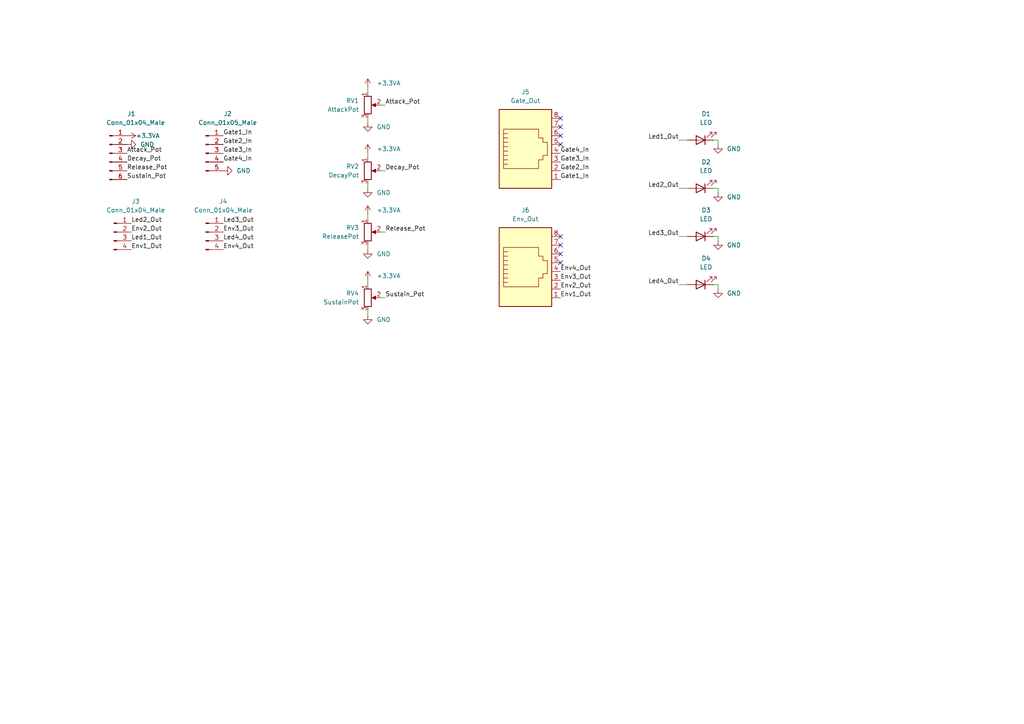
<source format=kicad_sch>
(kicad_sch (version 20211123) (generator eeschema)
  (paper "A4")
  (title_block (title "QuadEnv Controls") (date "2023-03-10") (rev "1.0") (company "Mountjoy Modular"))
  (lib_symbols
    (symbol "Connector:Conn_01x04_Male" (pin_names (offset 1.016) hide)
      (property "Reference" "J" (at 0 5.08 0))
      (property "Value" "Conn_01x04_Male" (at 0 -7.62 0))
      (symbol "Conn_01x04_Male_1_1"
        (polyline (pts (xy 1.27 -5.08) (xy 0.8636 -5.08)) (stroke (width 0.1524)))
        (polyline (pts (xy 1.27 -2.54) (xy 0.8636 -2.54)) (stroke (width 0.1524)))
        (polyline (pts (xy 1.27 0) (xy 0.8636 0)) (stroke (width 0.1524)))
        (polyline (pts (xy 1.27 2.54) (xy 0.8636 2.54)) (stroke (width 0.1524)))
        (rectangle (start 0.8636 -4.953) (end 0 -5.207) (stroke (width 0.1524)) (fill (type outline)))
        (rectangle (start 0.8636 -2.413) (end 0 -2.667) (stroke (width 0.1524)) (fill (type outline)))
        (rectangle (start 0.8636 0.127) (end 0 -0.127) (stroke (width 0.1524)) (fill (type outline)))
        (rectangle (start 0.8636 2.667) (end 0 2.413) (stroke (width 0.1524)) (fill (type outline)))
        (pin passive line (at 5.08 2.54 180) (length 3.81) (name "Pin_1") (number "1"))
        (pin passive line (at 5.08 0 180) (length 3.81) (name "Pin_2") (number "2"))
        (pin passive line (at 5.08 -2.54 180) (length 3.81) (name "Pin_3") (number "3"))
        (pin passive line (at 5.08 -5.08 180) (length 3.81) (name "Pin_4") (number "4"))
      )
    )
    (symbol "Connector:Conn_01x05_Male" (pin_names (offset 1.016) hide)
      (property "Reference" "J" (at 0 7.62 0))
      (property "Value" "Conn_01x05_Male" (at 0 -7.62 0))
      (symbol "Conn_01x05_Male_1_1"
        (polyline (pts (xy 1.27 -5.08) (xy 0.8636 -5.08)) (stroke (width 0.1524)))
        (polyline (pts (xy 1.27 -2.54) (xy 0.8636 -2.54)) (stroke (width 0.1524)))
        (polyline (pts (xy 1.27 0) (xy 0.8636 0)) (stroke (width 0.1524)))
        (polyline (pts (xy 1.27 2.54) (xy 0.8636 2.54)) (stroke (width 0.1524)))
        (polyline (pts (xy 1.27 5.08) (xy 0.8636 5.08)) (stroke (width 0.1524)))
        (rectangle (start 0.8636 -4.953) (end 0 -5.207) (stroke (width 0.1524)) (fill (type outline)))
        (rectangle (start 0.8636 -2.413) (end 0 -2.667) (stroke (width 0.1524)) (fill (type outline)))
        (rectangle (start 0.8636 0.127) (end 0 -0.127) (stroke (width 0.1524)) (fill (type outline)))
        (rectangle (start 0.8636 2.667) (end 0 2.413) (stroke (width 0.1524)) (fill (type outline)))
        (rectangle (start 0.8636 5.207) (end 0 4.953) (stroke (width 0.1524)) (fill (type outline)))
        (pin passive line (at 5.08 5.08 180) (length 3.81) (name "Pin_1") (number "1"))
        (pin passive line (at 5.08 2.54 180) (length 3.81) (name "Pin_2") (number "2"))
        (pin passive line (at 5.08 0 180) (length 3.81) (name "Pin_3") (number "3"))
        (pin passive line (at 5.08 -2.54 180) (length 3.81) (name "Pin_4") (number "4"))
        (pin passive line (at 5.08 -5.08 180) (length 3.81) (name "Pin_5") (number "5"))
      )
    )
    (symbol "Connector:Conn_01x06_Male" (pin_names (offset 1.016) hide)
      (property "Reference" "J" (at 0 7.62 0))
      (property "Value" "Conn_01x06_Male" (at 0 -10.16 0))
      (symbol "Conn_01x06_Male_1_1"
        (polyline (pts (xy 1.27 -7.62) (xy 0.8636 -7.62)) (stroke (width 0.1524)))
        (polyline (pts (xy 1.27 -5.08) (xy 0.8636 -5.08)) (stroke (width 0.1524)))
        (polyline (pts (xy 1.27 -2.54) (xy 0.8636 -2.54)) (stroke (width 0.1524)))
        (polyline (pts (xy 1.27 0) (xy 0.8636 0)) (stroke (width 0.1524)))
        (polyline (pts (xy 1.27 2.54) (xy 0.8636 2.54)) (stroke (width 0.1524)))
        (polyline (pts (xy 1.27 5.08) (xy 0.8636 5.08)) (stroke (width 0.1524)))
        (rectangle (start 0.8636 -7.493) (end 0 -7.747) (stroke (width 0.1524)) (fill (type outline)))
        (rectangle (start 0.8636 -4.953) (end 0 -5.207) (stroke (width 0.1524)) (fill (type outline)))
        (rectangle (start 0.8636 -2.413) (end 0 -2.667) (stroke (width 0.1524)) (fill (type outline)))
        (rectangle (start 0.8636 0.127) (end 0 -0.127) (stroke (width 0.1524)) (fill (type outline)))
        (rectangle (start 0.8636 2.667) (end 0 2.413) (stroke (width 0.1524)) (fill (type outline)))
        (rectangle (start 0.8636 5.207) (end 0 4.953) (stroke (width 0.1524)) (fill (type outline)))
        (pin passive line (at 5.08 5.08 180) (length 3.81) (name "Pin_1") (number "1"))
        (pin passive line (at 5.08 2.54 180) (length 3.81) (name "Pin_2") (number "2"))
        (pin passive line (at 5.08 0 180) (length 3.81) (name "Pin_3") (number "3"))
        (pin passive line (at 5.08 -2.54 180) (length 3.81) (name "Pin_4") (number "4"))
        (pin passive line (at 5.08 -5.08 180) (length 3.81) (name "Pin_5") (number "5"))
        (pin passive line (at 5.08 -7.62 180) (length 3.81) (name "Pin_6") (number "6"))
      )
    )
    (symbol "Connector:RJ45" (pin_names (offset 1.016))
      (property "Reference" "J" (at -5.08 13.97 0))
      (property "Value" "RJ45" (at 2.54 13.97 0))
      (symbol "RJ45_0_1"
        (polyline (pts (xy -5.08 4.445) (xy -6.35 4.445)))
        (polyline (pts (xy -5.08 5.715) (xy -6.35 5.715)))
        (polyline (pts (xy -6.35 -3.175) (xy -5.08 -3.175) (xy -5.08 -3.175)))
        (polyline (pts (xy -6.35 -1.905) (xy -5.08 -1.905) (xy -5.08 -1.905)))
        (polyline (pts (xy -6.35 -0.635) (xy -5.08 -0.635) (xy -5.08 -0.635)))
        (polyline (pts (xy -6.35 0.635) (xy -5.08 0.635) (xy -5.08 0.635)))
        (polyline (pts (xy -6.35 1.905) (xy -5.08 1.905) (xy -5.08 1.905)))
        (polyline (pts (xy -5.08 3.175) (xy -6.35 3.175) (xy -6.35 3.175)))
        (polyline (pts (xy -6.35 -4.445) (xy -6.35 6.985) (xy 3.81 6.985) (xy 3.81 4.445) (xy 5.08 4.445) (xy 5.08 3.175) (xy 6.35 3.175) (xy 6.35 -0.635) (xy 5.08 -0.635) (xy 5.08 -1.905) (xy 3.81 -1.905) (xy 3.81 -4.445) (xy -6.35 -4.445) (xy -6.35 -4.445)))
        (rectangle (start 7.62 12.7) (end -7.62 -10.16) (stroke (width 0.254)) (fill (type background)))
      )
      (symbol "RJ45_1_1"
        (pin passive line (at 10.16 -7.62 180) (length 2.54) (name "~") (number "1"))
        (pin passive line (at 10.16 -5.08 180) (length 2.54) (name "~") (number "2"))
        (pin passive line (at 10.16 -2.54 180) (length 2.54) (name "~") (number "3"))
        (pin passive line (at 10.16 0 180) (length 2.54) (name "~") (number "4"))
        (pin passive line (at 10.16 2.54 180) (length 2.54) (name "~") (number "5"))
        (pin passive line (at 10.16 5.08 180) (length 2.54) (name "~") (number "6"))
        (pin passive line (at 10.16 7.62 180) (length 2.54) (name "~") (number "7"))
        (pin passive line (at 10.16 10.16 180) (length 2.54) (name "~") (number "8"))
      )
    )
    (symbol "Device:LED" (pin_numbers hide) (pin_names (offset 1.016) hide)
      (property "Reference" "D" (at 0 2.54 0))
      (property "Value" "LED" (at 0 -2.54 0))
      (symbol "LED_0_1"
        (polyline (pts (xy -1.27 -1.27) (xy -1.27 1.27)) (stroke (width 0.254)))
        (polyline (pts (xy -1.27 0) (xy 1.27 0)))
        (polyline (pts (xy 1.27 -1.27) (xy 1.27 1.27) (xy -1.27 0) (xy 1.27 -1.27)) (stroke (width 0.254)))
        (polyline (pts (xy -3.048 -0.762) (xy -4.572 -2.286) (xy -3.81 -2.286) (xy -4.572 -2.286) (xy -4.572 -1.524)))
        (polyline (pts (xy -1.778 -0.762) (xy -3.302 -2.286) (xy -2.54 -2.286) (xy -3.302 -2.286) (xy -3.302 -1.524)))
      )
      (symbol "LED_1_1"
        (pin passive line (at -3.81 0 0) (length 2.54) (name "K") (number "1"))
        (pin passive line (at 3.81 0 180) (length 2.54) (name "A") (number "2"))
      )
    )
    (symbol "Device:R_Potentiometer" (pin_names (offset 1.016) hide)
      (property "Reference" "RV" (at -4.445 0 90))
      (property "Value" "R_Potentiometer" (at -2.54 0 90))
      (symbol "R_Potentiometer_0_1"
        (polyline (pts (xy 2.54 0) (xy 1.524 0)))
        (polyline (pts (xy 1.143 0) (xy 2.286 0.508) (xy 2.286 -0.508) (xy 1.143 0)) (fill (type outline)))
        (rectangle (start 1.016 2.54) (end -1.016 -2.54) (stroke (width 0.254)))
      )
      (symbol "R_Potentiometer_1_1"
        (pin passive line (at 0 3.81 270) (length 1.27) (name "1") (number "1"))
        (pin passive line (at 3.81 0 180) (length 1.27) (name "2") (number "2"))
        (pin passive line (at 0 -3.81 90) (length 1.27) (name "3") (number "3"))
      )
    )
    (symbol "power:+3.3VA" (power) (pin_names (offset 0))
      (property "Value" "+3.3VA" (at 0 3.556 0))
      (symbol "+3.3VA_0_1"
        (polyline (pts (xy -0.762 1.27) (xy 0 2.54)))
        (polyline (pts (xy 0 0) (xy 0 2.54)))
        (polyline (pts (xy 0 2.54) (xy 0.762 1.27)))
      )
      (symbol "+3.3VA_1_1"
        (pin power_in line (at 0 0 90) (length 0) hide (name "+3.3VA") (number "1"))
      )
    )
    (symbol "power:GND" (power) (pin_names (offset 0))
      (property "Value" "GND" (at 0 -3.81 0))
      (symbol "GND_0_1"
        (polyline (pts (xy 0 0) (xy 0 -1.27) (xy 1.27 -1.27) (xy 0 -2.54) (xy -1.27 -1.27) (xy 0 -1.27)))
      )
      (symbol "GND_1_1"
        (pin power_in line (at 0 0 270) (length 0) hide (name "GND") (number "1"))
      )
    )
  )
  (no_connect (at 162.56 39.37))
  (no_connect (at 162.56 73.66))
  (no_connect (at 162.56 71.12))
  (no_connect (at 162.56 68.58))
  (no_connect (at 162.56 36.83))
  (no_connect (at 162.56 34.29))
  (no_connect (at 162.56 41.91))
  (no_connect (at 162.56 76.2))
  (wire (pts (xy 111.76 30.48) (xy 110.49 30.48)))
  (wire (pts (xy 208.28 82.55) (xy 208.28 83.82)))
  (wire (pts (xy 196.85 40.64) (xy 199.39 40.64)))
  (wire (pts (xy 106.68 91.44) (xy 106.68 90.17)))
  (wire (pts (xy 106.68 54.61) (xy 106.68 53.34)))
  (wire (pts (xy 207.01 82.55) (xy 208.28 82.55)))
  (wire (pts (xy 106.68 72.39) (xy 106.68 71.12)))
  (wire (pts (xy 196.85 68.58) (xy 199.39 68.58)))
  (wire (pts (xy 111.76 49.53) (xy 110.49 49.53)))
  (wire (pts (xy 196.85 54.61) (xy 199.39 54.61)))
  (wire (pts (xy 196.85 82.55) (xy 199.39 82.55)))
  (wire (pts (xy 207.01 68.58) (xy 208.28 68.58)))
  (wire (pts (xy 106.68 35.56) (xy 106.68 34.29)))
  (wire (pts (xy 111.76 67.31) (xy 110.49 67.31)))
  (wire (pts (xy 106.68 62.23) (xy 106.68 63.5)))
  (wire (pts (xy 208.28 40.64) (xy 208.28 41.91)))
  (wire (pts (xy 208.28 68.58) (xy 208.28 69.85)))
  (wire (pts (xy 208.28 54.61) (xy 208.28 55.88)))
  (wire (pts (xy 106.68 25.4) (xy 106.68 26.67)))
  (wire (pts (xy 106.68 44.45) (xy 106.68 45.72)))
  (wire (pts (xy 207.01 40.64) (xy 208.28 40.64)))
  (wire (pts (xy 111.76 86.36) (xy 110.49 86.36)))
  (wire (pts (xy 106.68 81.28) (xy 106.68 82.55)))
  (wire (pts (xy 207.01 54.61) (xy 208.28 54.61)))
  (label "Env1_Out" (at 38.1 72.39 0))
  (label "Gate1_In" (at 64.77 39.37 0))
  (label "Led4_Out" (at 64.77 69.85 0))
  (label "Led1_Out" (at 38.1 69.85 0))
  (label "Led3_Out" (at 196.85 68.58 180))
  (label "Sustain_Pot" (at 36.83 52.07 0))
  (label "Led2_Out" (at 38.1 64.77 0))
  (label "Gate2_In" (at 64.77 41.91 0))
  (label "Env4_Out" (at 64.77 72.39 0))
  (label "Release_Pot" (at 111.76 67.31 0))
  (label "Attack_Pot" (at 36.83 44.45 0))
  (label "Led2_Out" (at 196.85 54.61 180))
  (label "Led4_Out" (at 196.85 82.55 180))
  (label "Env1_Out" (at 162.56 86.36 0))
  (label "Attack_Pot" (at 111.76 30.48 0))
  (label "Gate1_In" (at 162.56 52.07 0))
  (label "Env2_Out" (at 162.56 83.82 0))
  (label "Led1_Out" (at 196.85 40.64 180))
  (label "Decay_Pot" (at 111.76 49.53 0))
  (label "Decay_Pot" (at 36.83 46.99 0))
  (label "Release_Pot" (at 36.83 49.53 0))
  (label "Gate3_In" (at 64.77 44.45 0))
  (label "Gate4_In" (at 162.56 44.45 0))
  (label "Sustain_Pot" (at 111.76 86.36 0))
  (label "Led3_Out" (at 64.77 64.77 0))
  (label "Env3_Out" (at 162.56 81.28 0))
  (label "Gate2_In" (at 162.56 49.53 0))
  (label "Gate3_In" (at 162.56 46.99 0))
  (label "Env4_Out" (at 162.56 78.74 0))
  (label "Env2_Out" (at 38.1 67.31 0))
  (label "Env3_Out" (at 64.77 67.31 0))
  (label "Gate4_In" (at 64.77 46.99 0))
  (symbol (lib_id "Connector:Conn_01x04_Male") (at 59.69 67.31 0) (unit 1)
    (property "Reference" "J4" (at 64.77 58.42 0))
    (property "Value" "Conn_01x04_Male" (at 64.77 60.96 0))
    (property "Footprint" "Connector_PinHeader_2.54mm:PinHeader_1x04_P2.54mm_Vertical" (effects hide))
  )
  (symbol (lib_id "Device:LED") (at 203.2 40.64 180) (unit 1)
    (property "Reference" "D1" (at 204.7875 33.02 0))
    (property "Value" "LED" (at 204.7875 35.56 0))
    (property "Footprint" "Custom_Footprints:LED_D3.0mm" (effects hide))
  )
  (symbol (lib_id "Device:R_Potentiometer") (at 106.68 86.36 0) (unit 1)
    (property "Reference" "RV4" (at 104.14 85.0899 0) (effects (justify right)))
    (property "Value" "SustainPot" (at 104.14 87.6299 0) (effects (justify right)))
    (property "Footprint" "Custom_Footprints:Alpha_9mm_Potentiometer_Aligned" (effects hide))
  )
  (symbol (lib_id "power:GND") (at 208.28 55.88 0) (mirror y) (unit 1)
    (property "Reference" "#PWR014" (effects hide))
    (property "Value" "GND" (at 210.82 57.1499 0) (effects (justify right)))
  )
  (symbol (lib_id "power:+3.3VA") (at 106.68 81.28 0) (unit 1)
    (property "Reference" "#PWR011" (effects hide))
    (property "Value" "+3.3VA" (at 109.22 80.0099 0) (effects (justify left)))
  )
  (symbol (lib_id "Connector:RJ45") (at 152.4 44.45 0) (unit 1)
    (property "Reference" "J5" (at 152.4 26.67 0))
    (property "Value" "Gate_Out" (at 152.4 29.21 0))
    (property "Footprint" "Custom_Footprints:RJ45_Amphenol_RJHSE-3080" (effects hide))
  )
  (symbol (lib_id "power:GND") (at 208.28 69.85 0) (mirror y) (unit 1)
    (property "Reference" "#PWR015" (effects hide))
    (property "Value" "GND" (at 210.82 71.1199 0) (effects (justify right)))
  )
  (symbol (lib_id "Connector:RJ45") (at 152.4 78.74 0) (unit 1)
    (property "Reference" "J6" (at 152.4 60.96 0))
    (property "Value" "Env_Out" (at 152.4 63.5 0))
    (property "Footprint" "Custom_Footprints:RJ45_Amphenol_RJHSE-3080" (effects hide))
  )
  (symbol (lib_id "power:GND") (at 36.83 41.91 90) (mirror x) (unit 1)
    (property "Reference" "#PWR0101" (effects hide))
    (property "Value" "GND" (at 40.64 41.91 90) (effects (justify right)))
  )
  (symbol (lib_id "power:GND") (at 106.68 54.61 0) (mirror y) (unit 1)
    (property "Reference" "#PWR08" (effects hide))
    (property "Value" "GND" (at 109.22 55.8799 0) (effects (justify right)))
  )
  (symbol (lib_id "Device:R_Potentiometer") (at 106.68 67.31 0) (unit 1)
    (property "Reference" "RV3" (at 104.14 66.0399 0) (effects (justify right)))
    (property "Value" "ReleasePot" (at 104.14 68.5799 0) (effects (justify right)))
    (property "Footprint" "Custom_Footprints:Alpha_9mm_Potentiometer_Aligned" (effects hide))
  )
  (symbol (lib_id "Device:LED") (at 203.2 54.61 180) (unit 1)
    (property "Reference" "D2" (at 204.7875 46.99 0))
    (property "Value" "LED" (at 204.7875 49.53 0))
    (property "Footprint" "Custom_Footprints:LED_D3.0mm" (effects hide))
  )
  (symbol (lib_id "power:GND") (at 106.68 35.56 0) (mirror y) (unit 1)
    (property "Reference" "#PWR06" (effects hide))
    (property "Value" "GND" (at 109.22 36.8299 0) (effects (justify right)))
  )
  (symbol (lib_id "power:+3.3VA") (at 106.68 62.23 0) (unit 1)
    (property "Reference" "#PWR09" (effects hide))
    (property "Value" "+3.3VA" (at 109.22 60.9599 0) (effects (justify left)))
  )
  (symbol (lib_id "Device:R_Potentiometer") (at 106.68 30.48 0) (unit 1)
    (property "Reference" "RV1" (at 104.14 29.2099 0) (effects (justify right)))
    (property "Value" "AttackPot" (at 104.14 31.7499 0) (effects (justify right)))
    (property "Footprint" "Custom_Footprints:Alpha_9mm_Potentiometer_Aligned" (effects hide))
  )
  (symbol (lib_id "power:GND") (at 106.68 91.44 0) (mirror y) (unit 1)
    (property "Reference" "#PWR012" (effects hide))
    (property "Value" "GND" (at 109.22 92.7099 0) (effects (justify right)))
  )
  (symbol (lib_id "Device:LED") (at 203.2 82.55 180) (unit 1)
    (property "Reference" "D4" (at 204.7875 74.93 0))
    (property "Value" "LED" (at 204.7875 77.47 0))
    (property "Footprint" "Custom_Footprints:LED_D3.0mm" (effects hide))
  )
  (symbol (lib_id "Connector:Conn_01x05_Male") (at 59.69 44.45 0) (unit 1)
    (property "Reference" "J2" (at 66.04 33.02 0))
    (property "Value" "Conn_01x05_Male" (at 66.04 35.56 0))
    (property "Footprint" "Connector_PinHeader_2.54mm:PinHeader_1x05_P2.54mm_Vertical" (effects hide))
  )
  (symbol (lib_id "Connector:Conn_01x04_Male") (at 33.02 67.31 0) (unit 1)
    (property "Reference" "J3" (at 39.37 58.42 0))
    (property "Value" "Conn_01x04_Male" (at 39.37 60.96 0))
    (property "Footprint" "Connector_PinHeader_2.54mm:PinHeader_1x04_P2.54mm_Vertical" (effects hide))
  )
  (symbol (lib_id "Device:R_Potentiometer") (at 106.68 49.53 0) (unit 1)
    (property "Reference" "RV2" (at 104.14 48.2599 0) (effects (justify right)))
    (property "Value" "DecayPot" (at 104.14 50.7999 0) (effects (justify right)))
    (property "Footprint" "Custom_Footprints:Alpha_9mm_Potentiometer_Aligned" (effects hide))
  )
  (symbol (lib_id "Device:LED") (at 203.2 68.58 180) (unit 1)
    (property "Reference" "D3" (at 204.7875 60.96 0))
    (property "Value" "LED" (at 204.7875 63.5 0))
    (property "Footprint" "Custom_Footprints:LED_D3.0mm" (effects hide))
  )
  (symbol (lib_id "power:+3.3VA") (at 106.68 25.4 0) (unit 1)
    (property "Reference" "#PWR05" (effects hide))
    (property "Value" "+3.3VA" (at 109.22 24.1299 0) (effects (justify left)))
  )
  (symbol (lib_id "power:GND") (at 208.28 41.91 0) (mirror y) (unit 1)
    (property "Reference" "#PWR013" (effects hide))
    (property "Value" "GND" (at 210.82 43.1799 0) (effects (justify right)))
  )
  (symbol (lib_id "power:+3.3VA") (at 36.83 39.37 270) (unit 1)
    (property "Reference" "#PWR0102" (effects hide))
    (property "Value" "+3.3VA" (at 39.37 39.37 90) (effects (justify left)))
  )
  (symbol (lib_id "power:GND") (at 208.28 83.82 0) (mirror y) (unit 1)
    (property "Reference" "#PWR016" (effects hide))
    (property "Value" "GND" (at 210.82 85.0899 0) (effects (justify right)))
  )
  (symbol (lib_id "power:GND") (at 106.68 72.39 0) (mirror y) (unit 1)
    (property "Reference" "#PWR010" (effects hide))
    (property "Value" "GND" (at 109.22 73.6599 0) (effects (justify right)))
  )
  (symbol (lib_id "power:GND") (at 64.77 49.53 90) (mirror x) (unit 1)
    (property "Reference" "#PWR0103" (effects hide))
    (property "Value" "GND" (at 68.58 49.5299 90) (effects (justify right)))
  )
  (symbol (lib_id "Connector:Conn_01x06_Male") (at 31.75 44.45 0) (unit 1)
    (property "Reference" "J1" (at 38.1 33.02 0))
    (property "Value" "Conn_01x04_Male" (at 39.37 35.56 0))
    (property "Footprint" "Connector_PinHeader_2.54mm:PinHeader_1x06_P2.54mm_Vertical" (effects hide))
  )
  (symbol (lib_id "power:+3.3VA") (at 106.68 44.45 0) (unit 1)
    (property "Reference" "#PWR07" (effects hide))
    (property "Value" "+3.3VA" (at 109.22 43.1799 0) (effects (justify left)))
  )
)
</source>
